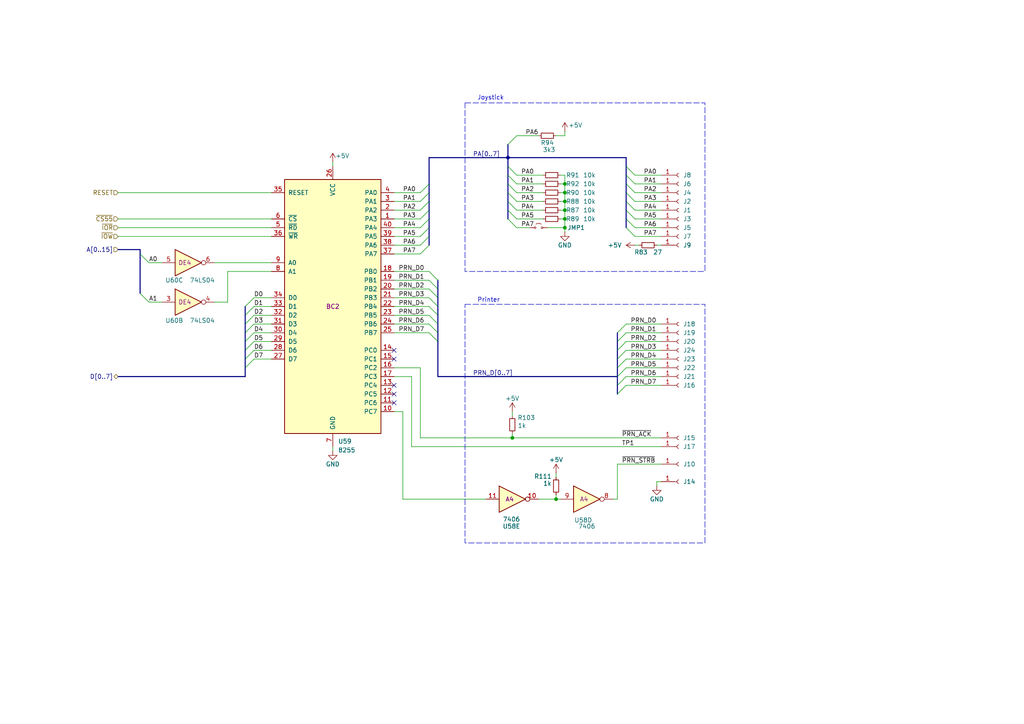
<source format=kicad_sch>
(kicad_sch (version 20250114) (generator "eeschema") (generator_version "9.0")
  (paper "A4")
  (title_block (title "Elwro 800 Junior Rev C - PIO (printer, joystick)") (company "Przemysław Węgrzyn <pwegrzyn@codepainters.com>"))
  (lib_symbols
    (symbol "74xx:74LS04"
      (property "Reference" "U" (at 0 1.27 0))
      (property "Value" "74LS04" (at 0 -1.27 0))
      (symbol "74LS04_1_0"
        (polyline (pts (xy -3.81 3.81) (xy -3.81 -3.81) (xy 3.81 0) (xy -3.81 3.81)) (stroke (width 0.254)) (fill (type background)))
        (pin input line (at -7.62 0 0) (length 3.81) (name "~") (number "1"))
        (pin output inverted (at 7.62 0 180) (length 3.81) (name "~") (number "2"))
      )
      (symbol "74LS04_2_0"
        (polyline (pts (xy -3.81 3.81) (xy -3.81 -3.81) (xy 3.81 0) (xy -3.81 3.81)) (stroke (width 0.254)) (fill (type background)))
        (pin input line (at -7.62 0 0) (length 3.81) (name "~") (number "3"))
        (pin output inverted (at 7.62 0 180) (length 3.81) (name "~") (number "4"))
      )
      (symbol "74LS04_3_0"
        (polyline (pts (xy -3.81 3.81) (xy -3.81 -3.81) (xy 3.81 0) (xy -3.81 3.81)) (stroke (width 0.254)) (fill (type background)))
        (pin input line (at -7.62 0 0) (length 3.81) (name "~") (number "5"))
        (pin output inverted (at 7.62 0 180) (length 3.81) (name "~") (number "6"))
      )
      (symbol "74LS04_4_0"
        (polyline (pts (xy -3.81 3.81) (xy -3.81 -3.81) (xy 3.81 0) (xy -3.81 3.81)) (stroke (width 0.254)) (fill (type background)))
        (pin input line (at -7.62 0 0) (length 3.81) (name "~") (number "9"))
        (pin output inverted (at 7.62 0 180) (length 3.81) (name "~") (number "8"))
      )
      (symbol "74LS04_5_0"
        (polyline (pts (xy -3.81 3.81) (xy -3.81 -3.81) (xy 3.81 0) (xy -3.81 3.81)) (stroke (width 0.254)) (fill (type background)))
        (pin input line (at -7.62 0 0) (length 3.81) (name "~") (number "11"))
        (pin output inverted (at 7.62 0 180) (length 3.81) (name "~") (number "10"))
      )
      (symbol "74LS04_6_0"
        (polyline (pts (xy -3.81 3.81) (xy -3.81 -3.81) (xy 3.81 0) (xy -3.81 3.81)) (stroke (width 0.254)) (fill (type background)))
        (pin input line (at -7.62 0 0) (length 3.81) (name "~") (number "13"))
        (pin output inverted (at 7.62 0 180) (length 3.81) (name "~") (number "12"))
      )
      (symbol "74LS04_7_0"
        (pin power_in line (at 0 12.7 270) (length 5.08) (name "VCC") (number "14"))
        (pin power_in line (at 0 -12.7 90) (length 5.08) (name "GND") (number "7"))
      )
      (symbol "74LS04_7_1"
        (rectangle (start -5.08 7.62) (end 5.08 -7.62) (stroke (width 0.254)) (fill (type background)))
      )
    )
    (symbol "74xx:74LS06" (pin_names (offset 1.016))
      (property "Reference" "U" (at 0 1.27 0))
      (property "Value" "74LS06" (at 0 -1.27 0))
      (symbol "74LS06_1_0"
        (polyline (pts (xy -3.81 3.81) (xy -3.81 -3.81) (xy 3.81 0) (xy -3.81 3.81)) (stroke (width 0.254)) (fill (type background)))
        (pin input line (at -7.62 0 0) (length 3.81) (name "~") (number "1"))
        (pin open_collector inverted (at 7.62 0 180) (length 3.81) (name "~") (number "2"))
      )
      (symbol "74LS06_2_0"
        (polyline (pts (xy -3.81 3.81) (xy -3.81 -3.81) (xy 3.81 0) (xy -3.81 3.81)) (stroke (width 0.254)) (fill (type background)))
        (pin input line (at -7.62 0 0) (length 3.81) (name "~") (number "3"))
        (pin open_collector inverted (at 7.62 0 180) (length 3.81) (name "~") (number "4"))
      )
      (symbol "74LS06_3_0"
        (polyline (pts (xy -3.81 3.81) (xy -3.81 -3.81) (xy 3.81 0) (xy -3.81 3.81)) (stroke (width 0.254)) (fill (type background)))
        (pin input line (at -7.62 0 0) (length 3.81) (name "~") (number "5"))
        (pin open_collector inverted (at 7.62 0 180) (length 3.81) (name "~") (number "6"))
      )
      (symbol "74LS06_4_0"
        (polyline (pts (xy -3.81 3.81) (xy -3.81 -3.81) (xy 3.81 0) (xy -3.81 3.81)) (stroke (width 0.254)) (fill (type background)))
        (pin input line (at -7.62 0 0) (length 3.81) (name "~") (number "9"))
        (pin open_collector inverted (at 7.62 0 180) (length 3.81) (name "~") (number "8"))
      )
      (symbol "74LS06_5_0"
        (polyline (pts (xy -3.81 3.81) (xy -3.81 -3.81) (xy 3.81 0) (xy -3.81 3.81)) (stroke (width 0.254)) (fill (type background)))
        (pin input line (at -7.62 0 0) (length 3.81) (name "~") (number "11"))
        (pin open_collector inverted (at 7.62 0 180) (length 3.81) (name "~") (number "10"))
      )
      (symbol "74LS06_6_0"
        (polyline (pts (xy -3.81 3.81) (xy -3.81 -3.81) (xy 3.81 0) (xy -3.81 3.81)) (stroke (width 0.254)) (fill (type background)))
        (pin input line (at -7.62 0 0) (length 3.81) (name "~") (number "13"))
        (pin open_collector inverted (at 7.62 0 180) (length 3.81) (name "~") (number "12"))
      )
      (symbol "74LS06_7_0"
        (pin power_in line (at 0 12.7 270) (length 5.08) (name "VCC") (number "14"))
        (pin power_in line (at 0 -12.7 90) (length 5.08) (name "GND") (number "7"))
      )
      (symbol "74LS06_7_1"
        (rectangle (start -5.08 7.62) (end 5.08 -7.62) (stroke (width 0.254)) (fill (type background)))
      )
    )
    (symbol "Connector:Conn_01x01_Socket" (pin_names (offset 1.016) (hide yes))
      (property "Reference" "J" (at 0 2.54 0))
      (property "Value" "Conn_01x01_Socket" (at 0 -2.54 0))
      (symbol "Conn_01x01_Socket_1_1"
        (polyline (pts (xy -1.27 0) (xy -0.508 0)) (stroke (width 0.1524)))
        (arc (start 0 -0.508) (mid -0.5058 0) (end 0 0.508) (stroke (width 0.1524)))
        (pin passive line (at -5.08 0 0) (length 3.81) (name "Pin_1") (number "1"))
      )
    )
    (symbol "Device:R_Small" (pin_numbers (hide yes)) (pin_names (offset 0.254) (hide yes))
      (property "Reference" "R" (at 0.762 0.508 0))
      (property "Value" "R_Small" (at 0.762 -1.016 0))
      (symbol "R_Small_0_1"
        (rectangle (start -0.762 1.778) (end 0.762 -1.778) (stroke (width 0.2032)))
      )
      (symbol "R_Small_1_1"
        (pin passive line (at 0 2.54 270) (length 0.762) (name "~") (number "1"))
        (pin passive line (at 0 -2.54 90) (length 0.762) (name "~") (number "2"))
      )
    )
    (symbol "Interface:8255" (pin_names (offset 1.016))
      (property "Reference" "U" (at -13.97 38.1 0))
      (property "Value" "8255" (at 8.89 38.1 0))
      (symbol "8255_1_1"
        (rectangle (start -13.97 -36.83) (end 13.97 36.83) (stroke (width 0.254)) (fill (type background)))
        (pin input line (at -17.78 33.02 0) (length 3.81) (name "RESET") (number "35"))
        (pin input line (at -17.78 25.4 0) (length 3.81) (name "~{CS}") (number "6"))
        (pin input line (at -17.78 22.86 0) (length 3.81) (name "~{RD}") (number "5"))
        (pin input line (at -17.78 20.32 0) (length 3.81) (name "~{WR}") (number "36"))
        (pin input line (at -17.78 12.7 0) (length 3.81) (name "A0") (number "9"))
        (pin input line (at -17.78 10.16 0) (length 3.81) (name "A1") (number "8"))
        (pin bidirectional line (at -17.78 2.54 0) (length 3.81) (name "D0") (number "34"))
        (pin bidirectional line (at -17.78 0 0) (length 3.81) (name "D1") (number "33"))
        (pin bidirectional line (at -17.78 -2.54 0) (length 3.81) (name "D2") (number "32"))
        (pin bidirectional line (at -17.78 -5.08 0) (length 3.81) (name "D3") (number "31"))
        (pin bidirectional line (at -17.78 -7.62 0) (length 3.81) (name "D4") (number "30"))
        (pin bidirectional line (at -17.78 -10.16 0) (length 3.81) (name "D5") (number "29"))
        (pin bidirectional line (at -17.78 -12.7 0) (length 3.81) (name "D6") (number "28"))
        (pin bidirectional line (at -17.78 -15.24 0) (length 3.81) (name "D7") (number "27"))
        (pin power_in line (at 0 40.64 270) (length 3.81) (name "VCC") (number "26"))
        (pin power_in line (at 0 -40.64 90) (length 3.81) (name "GND") (number "7"))
        (pin bidirectional line (at 17.78 33.02 180) (length 3.81) (name "PA0") (number "4"))
        (pin bidirectional line (at 17.78 30.48 180) (length 3.81) (name "PA1") (number "3"))
        (pin bidirectional line (at 17.78 27.94 180) (length 3.81) (name "PA2") (number "2"))
        (pin bidirectional line (at 17.78 25.4 180) (length 3.81) (name "PA3") (number "1"))
        (pin bidirectional line (at 17.78 22.86 180) (length 3.81) (name "PA4") (number "40"))
        (pin bidirectional line (at 17.78 20.32 180) (length 3.81) (name "PA5") (number "39"))
        (pin bidirectional line (at 17.78 17.78 180) (length 3.81) (name "PA6") (number "38"))
        (pin bidirectional line (at 17.78 15.24 180) (length 3.81) (name "PA7") (number "37"))
        (pin bidirectional line (at 17.78 10.16 180) (length 3.81) (name "PB0") (number "18"))
        (pin bidirectional line (at 17.78 7.62 180) (length 3.81) (name "PB1") (number "19"))
        (pin bidirectional line (at 17.78 5.08 180) (length 3.81) (name "PB2") (number "20"))
        (pin bidirectional line (at 17.78 2.54 180) (length 3.81) (name "PB3") (number "21"))
        (pin bidirectional line (at 17.78 0 180) (length 3.81) (name "PB4") (number "22"))
        (pin bidirectional line (at 17.78 -2.54 180) (length 3.81) (name "PB5") (number "23"))
        (pin bidirectional line (at 17.78 -5.08 180) (length 3.81) (name "PB6") (number "24"))
        (pin bidirectional line (at 17.78 -7.62 180) (length 3.81) (name "PB7") (number "25"))
        (pin bidirectional line (at 17.78 -12.7 180) (length 3.81) (name "PC0") (number "14"))
        (pin bidirectional line (at 17.78 -15.24 180) (length 3.81) (name "PC1") (number "15"))
        (pin bidirectional line (at 17.78 -17.78 180) (length 3.81) (name "PC2") (number "16"))
        (pin bidirectional line (at 17.78 -20.32 180) (length 3.81) (name "PC3") (number "17"))
        (pin bidirectional line (at 17.78 -22.86 180) (length 3.81) (name "PC4") (number "13"))
        (pin bidirectional line (at 17.78 -25.4 180) (length 3.81) (name "PC5") (number "12"))
        (pin bidirectional line (at 17.78 -27.94 180) (length 3.81) (name "PC6") (number "11"))
        (pin bidirectional line (at 17.78 -30.48 180) (length 3.81) (name "PC7") (number "10"))
      )
    )
    (symbol "Jumper:Jumper_2_Small_Open" (pin_numbers (hide yes)) (pin_names (offset 0) (hide yes)) (exclude_from_sim yes)
      (property "Reference" "JP" (at 0 2.794 0))
      (property "Value" "Jumper_2_Small_Open" (at 0 -2.286 0))
      (symbol "Jumper_2_Small_Open_0_0"
        (circle (center -1.016 0) (radius 0.254))
        (circle (center 1.016 0) (radius 0.254))
      )
      (symbol "Jumper_2_Small_Open_0_1"
        (arc (start -0.762 1.0196) (mid 0 1.2729) (end 0.762 1.0196))
      )
      (symbol "Jumper_2_Small_Open_1_1"
        (pin passive line (at -2.54 0 0) (length 1.27) (name "A") (number "1"))
        (pin passive line (at 2.54 0 180) (length 1.27) (name "B") (number "2"))
      )
    )
    (symbol "power:+5V" (power) (pin_numbers (hide yes)) (pin_names (offset 0) (hide yes))
      (property "Value" "+5V" (at 0 3.556 0))
      (symbol "+5V_0_1"
        (polyline (pts (xy -0.762 1.27) (xy 0 2.54)))
        (polyline (pts (xy 0 2.54) (xy 0.762 1.27)))
        (polyline (pts (xy 0 0) (xy 0 2.54)))
      )
      (symbol "+5V_1_1"
        (pin power_in line (at 0 0 90) (length 0) (name "~") (number "1"))
      )
    )
    (symbol "power:GND" (power) (pin_numbers (hide yes)) (pin_names (offset 0) (hide yes))
      (property "Value" "GND" (at 0 -3.81 0))
      (symbol "GND_0_1"
        (polyline (pts (xy 0 0) (xy 0 -1.27) (xy 1.27 -1.27) (xy 0 -2.54) (xy -1.27 -1.27) (xy 0 -1.27)))
      )
      (symbol "GND_1_1"
        (pin power_in line (at 0 0 270) (length 0) (name "~") (number "1"))
      )
    )
  )
  (rectangle (start 134.874 29.845) (end 204.47 78.74) (stroke (width 0) (type dash)))
  (rectangle (start 134.874 88.265) (end 204.47 157.48) (stroke (width 0) (type dash)))
  (text "Joystick" (at 138.43 28.448 0) (effects (font (size 1.27 1.27)) (justify left)))
  (text "Printer" (at 138.43 87.122 0) (effects (font (size 1.27 1.27)) (justify left)))
  (junction (at 163.83 63.5))
  (junction (at 163.83 58.42))
  (junction (at 163.83 66.04))
  (junction (at 163.83 55.88))
  (junction (at 163.83 60.96))
  (junction (at 163.83 53.34))
  (junction (at 161.29 144.78))
  (junction (at 148.59 127))
  (junction (at 147.32 45.72))
  (no_connect (at 114.3 101.6))
  (no_connect (at 114.3 116.84))
  (no_connect (at 114.3 114.3))
  (no_connect (at 114.3 104.14))
  (no_connect (at 114.3 111.76))
  (bus_entry (at 40.64 85.09) (size 2.54 2.54))
  (bus_entry (at 181.61 50.8) (size 2.54 2.54))
  (bus_entry (at 149.86 39.37) (size -2.54 2.54))
  (bus_entry (at 121.92 63.5) (size 2.54 -2.54))
  (bus_entry (at 121.92 66.04) (size 2.54 -2.54))
  (bus_entry (at 147.32 48.26) (size 2.54 2.54))
  (bus_entry (at 121.92 71.12) (size 2.54 -2.54))
  (bus_entry (at 121.92 55.88) (size 2.54 -2.54))
  (bus_entry (at 147.32 60.96) (size 2.54 2.54))
  (bus_entry (at 121.92 58.42) (size 2.54 -2.54))
  (bus_entry (at 124.46 96.52) (size 2.54 2.54))
  (bus_entry (at 181.61 53.34) (size 2.54 2.54))
  (bus_entry (at 40.64 73.66) (size 2.54 2.54))
  (bus_entry (at 181.61 60.96) (size 2.54 2.54))
  (bus_entry (at 181.61 48.26) (size 2.54 2.54))
  (bus_entry (at 179.07 114.3) (size 2.54 -2.54))
  (bus_entry (at 179.07 111.76) (size 2.54 -2.54))
  (bus_entry (at 124.46 81.28) (size 2.54 2.54))
  (bus_entry (at 179.07 109.22) (size 2.54 -2.54))
  (bus_entry (at 73.66 104.14) (size -2.54 2.54))
  (bus_entry (at 124.46 86.36) (size 2.54 2.54))
  (bus_entry (at 147.32 55.88) (size 2.54 2.54))
  (bus_entry (at 179.07 104.14) (size 2.54 -2.54))
  (bus_entry (at 73.66 93.98) (size -2.54 2.54))
  (bus_entry (at 147.32 53.34) (size 2.54 2.54))
  (bus_entry (at 181.61 66.04) (size 2.54 2.54))
  (bus_entry (at 121.92 60.96) (size 2.54 -2.54))
  (bus_entry (at 181.61 58.42) (size 2.54 2.54))
  (bus_entry (at 73.66 99.06) (size -2.54 2.54))
  (bus_entry (at 147.32 58.42) (size 2.54 2.54))
  (bus_entry (at 124.46 93.98) (size 2.54 2.54))
  (bus_entry (at 124.46 78.74) (size 2.54 2.54))
  (bus_entry (at 124.46 88.9) (size 2.54 2.54))
  (bus_entry (at 121.92 73.66) (size 2.54 -2.54))
  (bus_entry (at 121.92 68.58) (size 2.54 -2.54))
  (bus_entry (at 179.07 106.68) (size 2.54 -2.54))
  (bus_entry (at 147.32 50.8) (size 2.54 2.54))
  (bus_entry (at 181.61 63.5) (size 2.54 2.54))
  (bus_entry (at 147.32 63.5) (size 2.54 2.54))
  (bus_entry (at 179.07 99.06) (size 2.54 -2.54))
  (bus_entry (at 73.66 101.6) (size -2.54 2.54))
  (bus_entry (at 73.66 96.52) (size -2.54 2.54))
  (bus_entry (at 73.66 86.36) (size -2.54 2.54))
  (bus_entry (at 124.46 91.44) (size 2.54 2.54))
  (bus_entry (at 73.66 88.9) (size -2.54 2.54))
  (bus_entry (at 181.61 55.88) (size 2.54 2.54))
  (bus_entry (at 73.66 91.44) (size -2.54 2.54))
  (bus_entry (at 179.07 96.52) (size 2.54 -2.54))
  (bus_entry (at 124.46 83.82) (size 2.54 2.54))
  (bus_entry (at 179.07 101.6) (size 2.54 -2.54))
  (bus (pts (xy 127 88.9) (xy 127 91.44)))
  (bus (pts (xy 71.12 99.06) (xy 71.12 101.6)))
  (wire (pts (xy 114.3 78.74) (xy 124.46 78.74)))
  (wire (pts (xy 161.29 137.16) (xy 161.29 138.43)))
  (wire (pts (xy 181.61 111.76) (xy 191.77 111.76)))
  (bus (pts (xy 181.61 50.8) (xy 181.61 53.34)))
  (wire (pts (xy 121.92 106.68) (xy 121.92 127)))
  (wire (pts (xy 191.77 139.7) (xy 190.5 139.7)))
  (bus (pts (xy 127 86.36) (xy 127 88.9)))
  (wire (pts (xy 114.3 93.98) (xy 124.46 93.98)))
  (bus (pts (xy 124.46 60.96) (xy 124.46 58.42)))
  (wire (pts (xy 149.86 55.88) (xy 157.48 55.88)))
  (wire (pts (xy 163.83 63.5) (xy 163.83 60.96)))
  (bus (pts (xy 71.12 106.68) (xy 71.12 109.22)))
  (wire (pts (xy 114.3 86.36) (xy 124.46 86.36)))
  (bus (pts (xy 147.32 50.8) (xy 147.32 53.34)))
  (bus (pts (xy 124.46 66.04) (xy 124.46 63.5)))
  (wire (pts (xy 73.66 104.14) (xy 78.74 104.14)))
  (wire (pts (xy 190.5 71.12) (xy 191.77 71.12)))
  (wire (pts (xy 161.29 39.37) (xy 163.83 39.37)))
  (wire (pts (xy 156.21 144.78) (xy 161.29 144.78)))
  (bus (pts (xy 147.32 41.91) (xy 147.32 45.72)))
  (wire (pts (xy 121.92 127) (xy 148.59 127)))
  (wire (pts (xy 162.56 58.42) (xy 163.83 58.42)))
  (bus (pts (xy 127 83.82) (xy 127 86.36)))
  (bus (pts (xy 127 91.44) (xy 127 93.98)))
  (wire (pts (xy 73.66 88.9) (xy 78.74 88.9)))
  (bus (pts (xy 179.07 109.22) (xy 179.07 111.76)))
  (wire (pts (xy 162.56 60.96) (xy 163.83 60.96)))
  (wire (pts (xy 73.66 96.52) (xy 78.74 96.52)))
  (wire (pts (xy 114.3 119.38) (xy 116.84 119.38)))
  (wire (pts (xy 73.66 93.98) (xy 78.74 93.98)))
  (bus (pts (xy 71.12 109.22) (xy 34.29 109.22)))
  (wire (pts (xy 184.15 58.42) (xy 191.77 58.42)))
  (wire (pts (xy 181.61 106.68) (xy 191.77 106.68)))
  (bus (pts (xy 71.12 88.9) (xy 71.12 91.44)))
  (bus (pts (xy 147.32 53.34) (xy 147.32 55.88)))
  (bus (pts (xy 181.61 53.34) (xy 181.61 55.88)))
  (wire (pts (xy 163.83 55.88) (xy 163.83 53.34)))
  (bus (pts (xy 71.12 96.52) (xy 71.12 99.06)))
  (bus (pts (xy 179.07 104.14) (xy 179.07 106.68)))
  (bus (pts (xy 71.12 93.98) (xy 71.12 96.52)))
  (wire (pts (xy 190.5 139.7) (xy 190.5 140.97)))
  (bus (pts (xy 127 99.06) (xy 127 109.22)))
  (wire (pts (xy 34.29 68.58) (xy 78.74 68.58)))
  (bus (pts (xy 124.46 63.5) (xy 124.46 60.96)))
  (wire (pts (xy 148.59 125.73) (xy 148.59 127)))
  (wire (pts (xy 179.07 134.62) (xy 191.77 134.62)))
  (wire (pts (xy 73.66 101.6) (xy 78.74 101.6)))
  (wire (pts (xy 181.61 101.6) (xy 191.77 101.6)))
  (bus (pts (xy 124.46 53.34) (xy 124.46 45.72)))
  (wire (pts (xy 179.07 144.78) (xy 179.07 134.62)))
  (wire (pts (xy 161.29 144.78) (xy 162.56 144.78)))
  (wire (pts (xy 184.15 66.04) (xy 191.77 66.04)))
  (wire (pts (xy 114.3 83.82) (xy 124.46 83.82)))
  (bus (pts (xy 147.32 48.26) (xy 147.32 50.8)))
  (wire (pts (xy 116.84 119.38) (xy 116.84 144.78)))
  (wire (pts (xy 114.3 91.44) (xy 124.46 91.44)))
  (bus (pts (xy 179.07 106.68) (xy 179.07 109.22)))
  (bus (pts (xy 71.12 101.6) (xy 71.12 104.14)))
  (wire (pts (xy 184.15 63.5) (xy 191.77 63.5)))
  (wire (pts (xy 162.56 55.88) (xy 163.83 55.88)))
  (bus (pts (xy 124.46 58.42) (xy 124.46 55.88)))
  (bus (pts (xy 181.61 55.88) (xy 181.61 58.42)))
  (wire (pts (xy 43.18 76.2) (xy 46.99 76.2)))
  (bus (pts (xy 181.61 60.96) (xy 181.61 63.5)))
  (wire (pts (xy 114.3 106.68) (xy 121.92 106.68)))
  (wire (pts (xy 114.3 71.12) (xy 121.92 71.12)))
  (wire (pts (xy 163.83 63.5) (xy 163.83 66.04)))
  (wire (pts (xy 149.86 39.37) (xy 156.21 39.37)))
  (bus (pts (xy 124.46 45.72) (xy 147.32 45.72)))
  (wire (pts (xy 149.86 53.34) (xy 157.48 53.34)))
  (wire (pts (xy 184.15 68.58) (xy 191.77 68.58)))
  (wire (pts (xy 181.61 104.14) (xy 191.77 104.14)))
  (bus (pts (xy 147.32 45.72) (xy 147.32 48.26)))
  (wire (pts (xy 184.15 71.12) (xy 185.42 71.12)))
  (wire (pts (xy 96.52 46.99) (xy 96.52 48.26)))
  (wire (pts (xy 96.52 129.54) (xy 96.52 130.81)))
  (wire (pts (xy 162.56 63.5) (xy 163.83 63.5)))
  (wire (pts (xy 184.15 55.88) (xy 191.77 55.88)))
  (wire (pts (xy 66.04 87.63) (xy 66.04 78.74)))
  (wire (pts (xy 114.3 96.52) (xy 124.46 96.52)))
  (wire (pts (xy 114.3 73.66) (xy 121.92 73.66)))
  (wire (pts (xy 114.3 81.28) (xy 124.46 81.28)))
  (bus (pts (xy 71.12 104.14) (xy 71.12 106.68)))
  (wire (pts (xy 163.83 53.34) (xy 163.83 50.8)))
  (wire (pts (xy 162.56 53.34) (xy 163.83 53.34)))
  (bus (pts (xy 181.61 63.5) (xy 181.61 66.04)))
  (wire (pts (xy 114.3 88.9) (xy 124.46 88.9)))
  (wire (pts (xy 163.83 50.8) (xy 162.56 50.8)))
  (bus (pts (xy 181.61 58.42) (xy 181.61 60.96)))
  (wire (pts (xy 73.66 91.44) (xy 78.74 91.44)))
  (wire (pts (xy 163.83 39.37) (xy 163.83 38.1)))
  (bus (pts (xy 127 109.22) (xy 179.07 109.22)))
  (wire (pts (xy 62.23 87.63) (xy 66.04 87.63)))
  (wire (pts (xy 66.04 78.74) (xy 78.74 78.74)))
  (wire (pts (xy 114.3 63.5) (xy 121.92 63.5)))
  (bus (pts (xy 127 96.52) (xy 127 99.06)))
  (bus (pts (xy 127 81.28) (xy 127 83.82)))
  (wire (pts (xy 163.83 58.42) (xy 163.83 55.88)))
  (wire (pts (xy 73.66 99.06) (xy 78.74 99.06)))
  (bus (pts (xy 179.07 96.52) (xy 179.07 99.06)))
  (bus (pts (xy 179.07 99.06) (xy 179.07 101.6)))
  (wire (pts (xy 119.38 109.22) (xy 119.38 129.54)))
  (wire (pts (xy 114.3 68.58) (xy 121.92 68.58)))
  (wire (pts (xy 34.29 66.04) (xy 78.74 66.04)))
  (wire (pts (xy 148.59 127) (xy 191.77 127)))
  (wire (pts (xy 73.66 86.36) (xy 78.74 86.36)))
  (wire (pts (xy 181.61 96.52) (xy 191.77 96.52)))
  (bus (pts (xy 179.07 101.6) (xy 179.07 104.14)))
  (bus (pts (xy 40.64 73.66) (xy 40.64 85.09)))
  (bus (pts (xy 147.32 45.72) (xy 181.61 45.72)))
  (wire (pts (xy 149.86 63.5) (xy 157.48 63.5)))
  (bus (pts (xy 40.64 72.39) (xy 40.64 73.66)))
  (bus (pts (xy 124.46 68.58) (xy 124.46 66.04)))
  (wire (pts (xy 34.29 55.88) (xy 78.74 55.88)))
  (wire (pts (xy 119.38 129.54) (xy 191.77 129.54)))
  (bus (pts (xy 147.32 63.5) (xy 147.32 60.96)))
  (wire (pts (xy 149.86 66.04) (xy 153.67 66.04)))
  (wire (pts (xy 184.15 50.8) (xy 191.77 50.8)))
  (bus (pts (xy 181.61 45.72) (xy 181.61 48.26)))
  (wire (pts (xy 161.29 143.51) (xy 161.29 144.78)))
  (bus (pts (xy 34.29 72.39) (xy 40.64 72.39)))
  (wire (pts (xy 34.29 63.5) (xy 78.74 63.5)))
  (wire (pts (xy 114.3 55.88) (xy 121.92 55.88)))
  (wire (pts (xy 149.86 60.96) (xy 157.48 60.96)))
  (wire (pts (xy 149.86 50.8) (xy 157.48 50.8)))
  (wire (pts (xy 158.75 66.04) (xy 163.83 66.04)))
  (bus (pts (xy 179.07 111.76) (xy 179.07 114.3)))
  (wire (pts (xy 181.61 93.98) (xy 191.77 93.98)))
  (bus (pts (xy 147.32 55.88) (xy 147.32 58.42)))
  (wire (pts (xy 163.83 60.96) (xy 163.83 58.42)))
  (bus (pts (xy 71.12 91.44) (xy 71.12 93.98)))
  (wire (pts (xy 177.8 144.78) (xy 179.07 144.78)))
  (bus (pts (xy 181.61 48.26) (xy 181.61 50.8)))
  (wire (pts (xy 62.23 76.2) (xy 78.74 76.2)))
  (wire (pts (xy 114.3 58.42) (xy 121.92 58.42)))
  (wire (pts (xy 114.3 60.96) (xy 121.92 60.96)))
  (wire (pts (xy 114.3 109.22) (xy 119.38 109.22)))
  (wire (pts (xy 43.18 87.63) (xy 46.99 87.63)))
  (wire (pts (xy 148.59 119.38) (xy 148.59 120.65)))
  (wire (pts (xy 116.84 144.78) (xy 140.97 144.78)))
  (wire (pts (xy 114.3 66.04) (xy 121.92 66.04)))
  (wire (pts (xy 163.83 66.04) (xy 163.83 67.31)))
  (wire (pts (xy 149.86 58.42) (xy 157.48 58.42)))
  (bus (pts (xy 127 93.98) (xy 127 96.52)))
  (wire (pts (xy 184.15 60.96) (xy 191.77 60.96)))
  (wire (pts (xy 181.61 99.06) (xy 191.77 99.06)))
  (wire (pts (xy 184.15 53.34) (xy 191.77 53.34)))
  (bus (pts (xy 124.46 55.88) (xy 124.46 53.34)))
  (bus (pts (xy 147.32 58.42) (xy 147.32 60.96)))
  (bus (pts (xy 124.46 71.12) (xy 124.46 68.58)))
  (wire (pts (xy 181.61 109.22) (xy 191.77 109.22)))
  (label "~{PRN_ACK}" (at 180.34 127 0))
  (label "PA0" (at 116.84 55.88 0))
  (label "PA4" (at 116.84 66.04 0))
  (label "D6" (at 73.66 101.6 0))
  (label "PA3" (at 151.13 58.42 0))
  (label "TP1" (at 180.34 129.54 0))
  (label "PA5" (at 116.84 68.58 0))
  (label "PRN_D3" (at 182.88 101.6 0))
  (label "PRN_D4" (at 115.57 88.9 0))
  (label "PA6" (at 152.4 39.37 0))
  (label "D0" (at 73.66 86.36 0))
  (label "PA[0..7]" (at 137.16 45.72 0))
  (label "PRN_D2" (at 182.88 99.06 0))
  (label "PRN_D2" (at 115.57 83.82 0))
  (label "PA7" (at 116.84 73.66 0))
  (label "PA7" (at 151.13 66.04 0))
  (label "PA1" (at 186.69 53.34 0))
  (label "PRN_D7" (at 182.88 111.76 0))
  (label "PA3" (at 116.84 63.5 0))
  (label "PRN_D1" (at 182.88 96.52 0))
  (label "PA2" (at 151.13 55.88 0))
  (label "PRN_D5" (at 182.88 106.68 0))
  (label "A0" (at 43.18 76.2 0))
  (label "~{PRN_STRB}" (at 180.34 134.62 0))
  (label "PA2" (at 186.69 55.88 0))
  (label "PA5" (at 186.69 63.5 0))
  (label "PA4" (at 186.69 60.96 0))
  (label "A1" (at 43.18 87.63 0))
  (label "PA1" (at 151.13 53.34 0))
  (label "PA7" (at 186.69 68.58 0))
  (label "D7" (at 73.66 104.14 0))
  (label "PRN_D7" (at 115.57 96.52 0))
  (label "D4" (at 73.66 96.52 0))
  (label "PA5" (at 151.13 63.5 0))
  (label "PRN_D6" (at 115.57 93.98 0))
  (label "PA0" (at 186.69 50.8 0))
  (label "PRN_D1" (at 115.57 81.28 0))
  (label "PA4" (at 151.13 60.96 0))
  (label "PA3" (at 186.69 58.42 0))
  (label "PA6" (at 116.84 71.12 0))
  (label "PRN_D5" (at 115.57 91.44 0))
  (label "PA6" (at 186.69 66.04 0))
  (label "PA2" (at 116.84 60.96 0))
  (label "D5" (at 73.66 99.06 0))
  (label "PRN_D3" (at 115.57 86.36 0))
  (label "PRN_D4" (at 182.88 104.14 0))
  (label "PA0" (at 151.13 50.8 0))
  (label "D1" (at 73.66 88.9 0))
  (label "PA1" (at 116.84 58.42 0))
  (label "PRN_D0" (at 182.88 93.98 0))
  (label "D3" (at 73.66 93.98 0))
  (label "PRN_D6" (at 182.88 109.22 0))
  (label "D2" (at 73.66 91.44 0))
  (label "PRN_D0" (at 115.57 78.74 0))
  (label "PRN_D[0..7]" (at 137.16 109.22 0))
  (hierarchical_label "A[0..15]" (shape input) (at 34.29 72.39 180))
  (hierarchical_label "~{IOR}" (shape input) (at 34.29 66.04 180))
  (hierarchical_label "D[0..7]" (shape bidirectional) (at 34.29 109.22 180))
  (hierarchical_label "~{IOW}" (shape input) (at 34.29 68.58 180))
  (hierarchical_label "~{CS55}" (shape input) (at 34.29 63.5 180))
  (hierarchical_label "RESET" (shape input) (at 34.29 55.88 180))
  (symbol (lib_id "Connector:Conn_01x01_Socket") (at 196.85 63.5 0) (unit 1)
    (property "Reference" "J3" (at 198.12 63.4999 0) (effects (justify left)))
    (property "Value" "Conn_01x01_Socket" (effects (hide yes)))
    (property "Footprint" "e800j_custom:pin" (effects (hide yes)))
    (property "Description" "Generic connector, single row, 01x01, script generated" (effects (hide yes)))
  )
  (symbol (lib_id "Connector:Conn_01x01_Socket") (at 196.85 96.52 0) (unit 1)
    (property "Reference" "J19" (at 198.12 96.5199 0) (effects (justify left)))
    (property "Value" "Conn_01x01_Socket" (effects (hide yes)))
    (property "Footprint" "e800j_custom:pin" (effects (hide yes)))
    (property "Description" "Generic connector, single row, 01x01, script generated" (effects (hide yes)))
  )
  (symbol (lib_id "Device:R_Small") (at 160.02 50.8 90) (unit 1)
    (property "Reference" "R91" (at 166.116 50.8 90))
    (property "Value" "10k" (at 170.942 50.8 90))
    (property "Footprint" "e800j_custom:r_400" (effects (hide yes)))
    (property "Description" "Resistor, small symbol" (effects (hide yes)))
  )
  (symbol (lib_id "Device:R_Small") (at 160.02 53.34 90) (unit 1)
    (property "Reference" "R92" (at 166.116 53.34 90))
    (property "Value" "10k" (at 170.942 53.34 90))
    (property "Footprint" "e800j_custom:r_400" (effects (hide yes)))
    (property "Description" "Resistor, small symbol" (effects (hide yes)))
  )
  (symbol (lib_id "Device:R_Small") (at 161.29 140.97 180) (unit 1)
    (property "Reference" "R111" (at 157.48 138.176 0))
    (property "Value" "1k" (at 158.75 140.208 0))
    (property "Footprint" "e800j_custom:r_400" (effects (hide yes)))
    (property "Description" "Resistor, small symbol" (effects (hide yes)))
  )
  (symbol (lib_id "power:+5V") (at 96.52 46.99 0) (unit 1)
    (property "Reference" "#PWR074" (effects (hide yes)))
    (property "Value" "+5V" (at 99.314 45.212 0))
    (property "Description" "Power symbol creates a global label with name \"+5V\"" (effects (hide yes)))
  )
  (symbol (lib_id "Connector:Conn_01x01_Socket") (at 196.85 104.14 0) (unit 1)
    (property "Reference" "J23" (at 198.12 104.1399 0) (effects (justify left)))
    (property "Value" "Conn_01x01_Socket" (effects (hide yes)))
    (property "Footprint" "e800j_custom:pin" (effects (hide yes)))
    (property "Description" "Generic connector, single row, 01x01, script generated" (effects (hide yes)))
  )
  (symbol (lib_id "Connector:Conn_01x01_Socket") (at 196.85 66.04 0) (unit 1)
    (property "Reference" "J5" (at 198.12 66.0399 0) (effects (justify left)))
    (property "Value" "Conn_01x01_Socket" (effects (hide yes)))
    (property "Footprint" "e800j_custom:pin" (effects (hide yes)))
    (property "Description" "Generic connector, single row, 01x01, script generated" (effects (hide yes)))
  )
  (symbol (lib_id "Device:R_Small") (at 160.02 55.88 90) (unit 1)
    (property "Reference" "R90" (at 166.116 55.88 90))
    (property "Value" "10k" (at 170.942 55.88 90))
    (property "Footprint" "e800j_custom:r_400" (effects (hide yes)))
    (property "Description" "Resistor, small symbol" (effects (hide yes)))
  )
  (symbol (lib_id "Device:R_Small") (at 160.02 58.42 90) (unit 1)
    (property "Reference" "R88" (at 166.116 58.42 90))
    (property "Value" "10k" (at 170.942 58.42 90))
    (property "Footprint" "e800j_custom:r_400" (effects (hide yes)))
    (property "Description" "Resistor, small symbol" (effects (hide yes)))
  )
  (symbol (lib_id "power:GND") (at 163.83 67.31 0) (unit 1)
    (property "Reference" "#PWR076" (effects (hide yes)))
    (property "Value" "GND" (at 163.83 71.12 0))
    (property "Description" "Power symbol creates a global label with name \"GND\" , ground" (effects (hide yes)))
  )
  (symbol (lib_id "Connector:Conn_01x01_Socket") (at 196.85 60.96 0) (unit 1)
    (property "Reference" "J1" (at 198.12 60.9599 0) (effects (justify left)))
    (property "Value" "Conn_01x01_Socket" (effects (hide yes)))
    (property "Footprint" "e800j_custom:pin" (effects (hide yes)))
    (property "Description" "Generic connector, single row, 01x01, script generated" (effects (hide yes)))
  )
  (symbol (lib_id "Connector:Conn_01x01_Socket") (at 196.85 58.42 0) (unit 1)
    (property "Reference" "J2" (at 198.12 58.4199 0) (effects (justify left)))
    (property "Value" "Conn_01x01_Socket" (effects (hide yes)))
    (property "Footprint" "e800j_custom:pin" (effects (hide yes)))
    (property "Description" "Generic connector, single row, 01x01, script generated" (effects (hide yes)))
  )
  (symbol (lib_id "Connector:Conn_01x01_Socket") (at 196.85 134.62 0) (unit 1)
    (property "Reference" "J10" (at 198.12 134.6199 0) (effects (justify left)))
    (property "Value" "Conn_01x01_Socket" (effects (hide yes)))
    (property "Footprint" "e800j_custom:pin" (effects (hide yes)))
    (property "Description" "Generic connector, single row, 01x01, script generated" (effects (hide yes)))
  )
  (symbol (lib_id "Connector:Conn_01x01_Socket") (at 196.85 106.68 0) (unit 1)
    (property "Reference" "J22" (at 198.12 106.6799 0) (effects (justify left)))
    (property "Value" "Conn_01x01_Socket" (effects (hide yes)))
    (property "Footprint" "e800j_custom:pin" (effects (hide yes)))
    (property "Description" "Generic connector, single row, 01x01, script generated" (effects (hide yes)))
  )
  (symbol (lib_id "Device:R_Small") (at 158.75 39.37 90) (unit 1)
    (property "Reference" "R94" (at 158.75 41.402 90))
    (property "Value" "3k3" (at 159.258 43.434 90))
    (property "Footprint" "e800j_custom:r_400" (effects (hide yes)))
    (property "Description" "Resistor, small symbol" (effects (hide yes)))
    (property "OrigValue" "3k16" (effects (hide yes)))
  )
  (symbol (lib_id "Connector:Conn_01x01_Socket") (at 196.85 139.7 0) (unit 1)
    (property "Reference" "J14" (at 198.12 139.6999 0) (effects (justify left)))
    (property "Value" "Conn_01x01_Socket" (effects (hide yes)))
    (property "Footprint" "e800j_custom:pin" (effects (hide yes)))
    (property "Description" "Generic connector, single row, 01x01, script generated" (effects (hide yes)))
  )
  (symbol (lib_id "Connector:Conn_01x01_Socket") (at 196.85 99.06 0) (unit 1)
    (property "Reference" "J20" (at 198.12 99.0599 0) (effects (justify left)))
    (property "Value" "Conn_01x01_Socket" (effects (hide yes)))
    (property "Footprint" "e800j_custom:pin" (effects (hide yes)))
    (property "Description" "Generic connector, single row, 01x01, script generated" (effects (hide yes)))
  )
  (symbol (lib_id "power:GND") (at 96.52 130.81 0) (unit 1)
    (property "Reference" "#PWR075" (effects (hide yes)))
    (property "Value" "GND" (at 96.52 134.62 0))
    (property "Description" "Power symbol creates a global label with name \"GND\" , ground" (effects (hide yes)))
  )
  (symbol (lib_id "Device:R_Small") (at 148.59 123.19 0) (unit 1)
    (property "Reference" "R103" (at 152.654 121.158 0))
    (property "Value" "1k" (at 151.384 123.444 0))
    (property "Footprint" "e800j_custom:r_600_100" (effects (hide yes)))
    (property "Description" "Resistor, small symbol" (effects (hide yes)))
  )
  (symbol (lib_id "Connector:Conn_01x01_Socket") (at 196.85 50.8 0) (unit 1)
    (property "Reference" "J8" (at 198.12 50.7999 0) (effects (justify left)))
    (property "Value" "Conn_01x01_Socket" (effects (hide yes)))
    (property "Footprint" "e800j_custom:pin" (effects (hide yes)))
    (property "Description" "Generic connector, single row, 01x01, script generated" (effects (hide yes)))
  )
  (symbol (lib_id "74xx:74LS04") (at 54.61 87.63 0) (unit 2)
    (property "Reference" "U60" (at 50.546 92.964 0))
    (property "Value" "74LS04" (at 58.674 92.964 0))
    (property "Footprint" "e800j_custom:DIP14_300" (effects (hide yes)))
    (property "Datasheet" "http://www.ti.com/lit/gpn/sn74LS04" (effects (hide yes)))
    (property "Description" "Hex Inverter" (effects (hide yes)))
    (property "OrigRef" "DE4" (at 53.594 87.63 0))
    (property "OrigType" "UCY74LS04N" (effects (hide yes)))
  )
  (symbol (lib_id "74xx:74LS04") (at 54.61 76.2 0) (unit 3)
    (property "Reference" "U60" (at 50.546 81.28 0))
    (property "Value" "74LS04" (at 58.674 81.28 0))
    (property "Footprint" "e800j_custom:DIP14_300" (effects (hide yes)))
    (property "Datasheet" "http://www.ti.com/lit/gpn/sn74LS04" (effects (hide yes)))
    (property "Description" "Hex Inverter" (effects (hide yes)))
    (property "OrigRef" "DE4" (at 53.594 76.2 0))
    (property "OrigType" "UCY74LS04N" (effects (hide yes)))
  )
  (symbol (lib_id "power:+5V") (at 163.83 38.1 0) (unit 1)
    (property "Reference" "#PWR086" (effects (hide yes)))
    (property "Value" "+5V" (at 164.846 36.322 0) (effects (justify left)))
    (property "Description" "Power symbol creates a global label with name \"+5V\"" (effects (hide yes)))
  )
  (symbol (lib_id "power:+5V") (at 148.59 119.38 0) (unit 1)
    (property "Reference" "#PWR082" (effects (hide yes)))
    (property "Value" "+5V" (at 148.59 115.57 0))
    (property "Description" "Power symbol creates a global label with name \"+5V\"" (effects (hide yes)))
  )
  (symbol (lib_id "74xx:74LS06") (at 148.59 144.78 0) (unit 5)
    (property "Reference" "U58" (at 148.336 152.654 0))
    (property "Value" "7406" (at 148.336 150.622 0))
    (property "Footprint" "e800j_custom:DIP14_300" (effects (hide yes)))
    (property "Datasheet" "http://www.ti.com/lit/gpn/sn74LS06" (effects (hide yes)))
    (property "Description" "Inverter Open Collect" (effects (hide yes)))
    (property "OrigRef" "A4" (at 147.828 144.78 0))
    (property "OrigType" "UCY7406N" (effects (hide yes)))
  )
  (symbol (lib_id "Interface:8255") (at 96.52 88.9 0) (unit 1)
    (property "Reference" "U59" (at 98.044 128.016 0) (effects (justify left)))
    (property "Value" "8255" (at 98.044 130.556 0) (effects (justify left)))
    (property "Footprint" "e800j_custom:DIP40_600" (effects (hide yes)))
    (property "Datasheet" "http://aturing.umcs.maine.edu/~meadow/courses/cos335/Intel8255A.pdf" (effects (hide yes)))
    (property "Description" "Programmable Peripheral Interface, PDIP-40" (effects (hide yes)))
    (property "OrigRef" "BC2" (at 96.52 88.9 0))
    (property "OrigType" "MCY7855N" (effects (hide yes)))
  )
  (symbol (lib_id "Device:R_Small") (at 160.02 63.5 90) (unit 1)
    (property "Reference" "R89" (at 166.116 63.5 90))
    (property "Value" "10k" (at 170.942 63.5 90))
    (property "Footprint" "e800j_custom:r_400" (effects (hide yes)))
    (property "Description" "Resistor, small symbol" (effects (hide yes)))
  )
  (symbol (lib_id "power:GND") (at 190.5 140.97 0) (unit 1)
    (property "Reference" "#PWR0208" (effects (hide yes)))
    (property "Value" "GND" (at 190.5 144.78 0))
    (property "Description" "Power symbol creates a global label with name \"GND\" , ground" (effects (hide yes)))
  )
  (symbol (lib_id "Connector:Conn_01x01_Socket") (at 196.85 53.34 0) (unit 1)
    (property "Reference" "J6" (at 198.12 53.3399 0) (effects (justify left)))
    (property "Value" "Conn_01x01_Socket" (effects (hide yes)))
    (property "Footprint" "e800j_custom:pin" (effects (hide yes)))
    (property "Description" "Generic connector, single row, 01x01, script generated" (effects (hide yes)))
  )
  (symbol (lib_id "Connector:Conn_01x01_Socket") (at 196.85 109.22 0) (unit 1)
    (property "Reference" "J21" (at 198.12 109.2199 0) (effects (justify left)))
    (property "Value" "Conn_01x01_Socket" (effects (hide yes)))
    (property "Footprint" "e800j_custom:pin" (effects (hide yes)))
    (property "Description" "Generic connector, single row, 01x01, script generated" (effects (hide yes)))
  )
  (symbol (lib_id "power:+5V") (at 161.29 137.16 0) (unit 1)
    (property "Reference" "#PWR083" (effects (hide yes)))
    (property "Value" "+5V" (at 161.29 133.35 0))
    (property "Description" "Power symbol creates a global label with name \"+5V\"" (effects (hide yes)))
  )
  (symbol (lib_id "Jumper:Jumper_2_Small_Open") (at 156.21 66.04 0) (unit 1) (in_bom no)
    (property "Reference" "JMP1" (at 167.132 66.04 0))
    (property "Value" "Jumper_2_Small_Bridged" (effects (hide yes)))
    (property "Footprint" "e800j_custom:jmp_400" (effects (hide yes)))
    (property "Description" "Jumper, 2-pole, small symbol, open" (effects (hide yes)))
  )
  (symbol (lib_id "74xx:74LS06") (at 170.18 144.78 0) (unit 4)
    (property "Reference" "U58" (at 169.164 150.876 0))
    (property "Value" "7406" (at 170.18 152.654 0))
    (property "Footprint" "e800j_custom:DIP14_300" (effects (hide yes)))
    (property "Datasheet" "http://www.ti.com/lit/gpn/sn74LS06" (effects (hide yes)))
    (property "Description" "Inverter Open Collect" (effects (hide yes)))
    (property "OrigRef" "A4" (at 169.418 144.78 0))
    (property "OrigType" "UCY7406N" (effects (hide yes)))
  )
  (symbol (lib_id "Connector:Conn_01x01_Socket") (at 196.85 101.6 0) (unit 1)
    (property "Reference" "J24" (at 198.12 101.5999 0) (effects (justify left)))
    (property "Value" "Conn_01x01_Socket" (effects (hide yes)))
    (property "Footprint" "e800j_custom:pin" (effects (hide yes)))
    (property "Description" "Generic connector, single row, 01x01, script generated" (effects (hide yes)))
  )
  (symbol (lib_id "Device:R_Small") (at 187.96 71.12 270) (unit 1)
    (property "Reference" "R83" (at 185.928 73.152 90))
    (property "Value" "27" (at 190.754 73.152 90))
    (property "Footprint" "e800j_custom:r_400" (effects (hide yes)))
    (property "Description" "Resistor, small symbol" (effects (hide yes)))
  )
  (symbol (lib_id "power:+5V") (at 184.15 71.12 90) (unit 1)
    (property "Reference" "#PWR077" (effects (hide yes)))
    (property "Value" "+5V" (at 180.34 71.1199 90) (effects (justify left)))
    (property "Description" "Power symbol creates a global label with name \"+5V\"" (effects (hide yes)))
  )
  (symbol (lib_id "Connector:Conn_01x01_Socket") (at 196.85 71.12 0) (unit 1)
    (property "Reference" "J9" (at 198.12 71.1199 0) (effects (justify left)))
    (property "Value" "Conn_01x01_Socket" (effects (hide yes)))
    (property "Footprint" "e800j_custom:pin" (effects (hide yes)))
    (property "Description" "Generic connector, single row, 01x01, script generated" (effects (hide yes)))
  )
  (symbol (lib_id "Connector:Conn_01x01_Socket") (at 196.85 55.88 0) (unit 1)
    (property "Reference" "J4" (at 198.12 55.8799 0) (effects (justify left)))
    (property "Value" "Conn_01x01_Socket" (effects (hide yes)))
    (property "Footprint" "e800j_custom:pin" (effects (hide yes)))
    (property "Description" "Generic connector, single row, 01x01, script generated" (effects (hide yes)))
  )
  (symbol (lib_id "Connector:Conn_01x01_Socket") (at 196.85 127 0) (unit 1)
    (property "Reference" "J15" (at 198.12 126.9999 0) (effects (justify left)))
    (property "Value" "Conn_01x01_Socket" (effects (hide yes)))
    (property "Footprint" "e800j_custom:pin" (effects (hide yes)))
    (property "Description" "Generic connector, single row, 01x01, script generated" (effects (hide yes)))
  )
  (symbol (lib_id "Connector:Conn_01x01_Socket") (at 196.85 93.98 0) (unit 1)
    (property "Reference" "J18" (at 198.12 93.9799 0) (effects (justify left)))
    (property "Value" "Conn_01x01_Socket" (effects (hide yes)))
    (property "Footprint" "e800j_custom:pin" (effects (hide yes)))
    (property "Description" "Generic connector, single row, 01x01, script generated" (effects (hide yes)))
  )
  (symbol (lib_id "Connector:Conn_01x01_Socket") (at 196.85 68.58 0) (unit 1)
    (property "Reference" "J7" (at 198.12 68.5799 0) (effects (justify left)))
    (property "Value" "Conn_01x01_Socket" (effects (hide yes)))
    (property "Footprint" "e800j_custom:pin" (effects (hide yes)))
    (property "Description" "Generic connector, single row, 01x01, script generated" (effects (hide yes)))
  )
  (symbol (lib_id "Connector:Conn_01x01_Socket") (at 196.85 129.54 0) (unit 1)
    (property "Reference" "J17" (at 198.12 129.5399 0) (effects (justify left)))
    (property "Value" "Conn_01x01_Socket" (effects (hide yes)))
    (property "Footprint" "e800j_custom:pin" (effects (hide yes)))
    (property "Description" "Generic connector, single row, 01x01, script generated" (effects (hide yes)))
  )
  (symbol (lib_id "Connector:Conn_01x01_Socket") (at 196.85 111.76 0) (unit 1)
    (property "Reference" "J16" (at 198.12 111.7599 0) (effects (justify left)))
    (property "Value" "Conn_01x01_Socket" (effects (hide yes)))
    (property "Footprint" "e800j_custom:pin" (effects (hide yes)))
    (property "Description" "Generic connector, single row, 01x01, script generated" (effects (hide yes)))
  )
  (symbol (lib_id "Device:R_Small") (at 160.02 60.96 90) (unit 1)
    (property "Reference" "R87" (at 166.116 60.96 90))
    (property "Value" "10k" (at 170.942 60.96 90))
    (property "Footprint" "e800j_custom:r_400" (effects (hide yes)))
    (property "Description" "Resistor, small symbol" (effects (hide yes)))
  )
)
</source>
